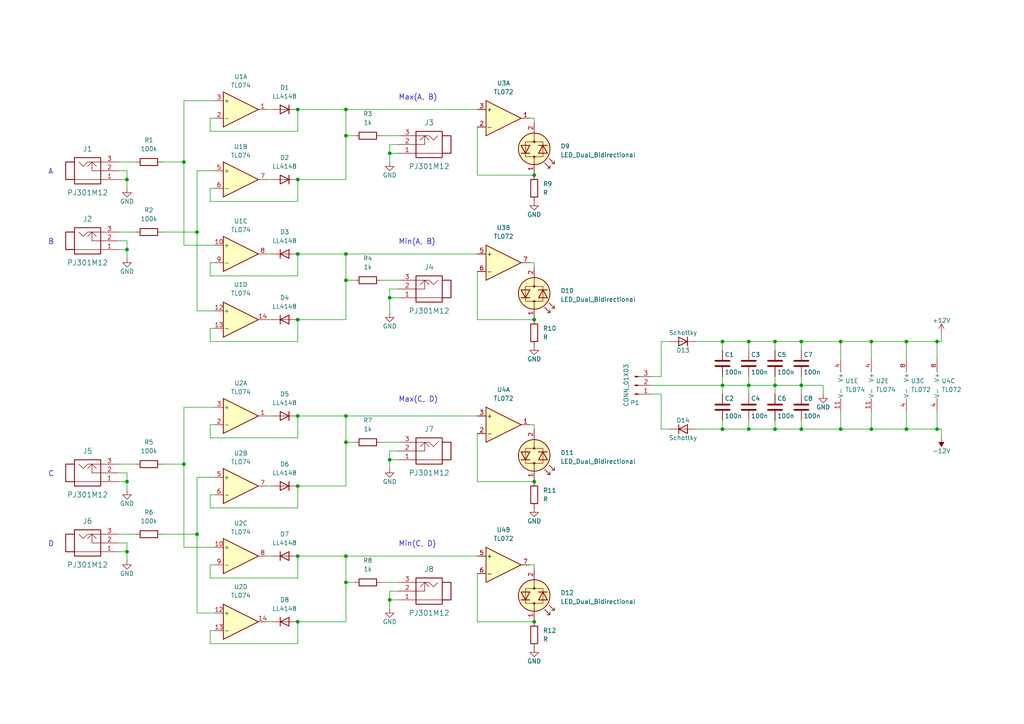
<source format=kicad_sch>
(kicad_sch (version 20230121) (generator eeschema)
  (paper "A4")
  (lib_symbols
    (symbol "Amplifier_Operational:TL072" (pin_names (offset 0.127))
      (property "Reference" "U" (at 0 5.08 0))
      (property "Value" "TL072" (at 0 -5.08 0))
      (symbol "TL072_1_1"
        (polyline (pts (xy -5.08 5.08) (xy 5.08 0) (xy -5.08 -5.08) (xy -5.08 5.08)) (stroke (width 0.254)) (fill (type background)))
        (pin output line (at 7.62 0 180) (length 2.54) (name "~") (number "1"))
        (pin input line (at -7.62 -2.54 0) (length 2.54) (name "-") (number "2"))
        (pin input line (at -7.62 2.54 0) (length 2.54) (name "+") (number "3"))
      )
      (symbol "TL072_2_1"
        (polyline (pts (xy -5.08 5.08) (xy 5.08 0) (xy -5.08 -5.08) (xy -5.08 5.08)) (stroke (width 0.254)) (fill (type background)))
        (pin input line (at -7.62 2.54 0) (length 2.54) (name "+") (number "5"))
        (pin input line (at -7.62 -2.54 0) (length 2.54) (name "-") (number "6"))
        (pin output line (at 7.62 0 180) (length 2.54) (name "~") (number "7"))
      )
      (symbol "TL072_3_1"
        (pin power_in line (at -2.54 -7.62 90) (length 3.81) (name "V-") (number "4"))
        (pin power_in line (at -2.54 7.62 270) (length 3.81) (name "V+") (number "8"))
      )
    )
    (symbol "Amplifier_Operational:TL074" (pin_names (offset 0.127))
      (property "Reference" "U" (at 0 5.08 0))
      (property "Value" "TL074" (at 0 -5.08 0))
      (symbol "TL074_1_1"
        (polyline (pts (xy -5.08 5.08) (xy 5.08 0) (xy -5.08 -5.08) (xy -5.08 5.08)) (stroke (width 0.254)) (fill (type background)))
        (pin output line (at 7.62 0 180) (length 2.54) (name "~") (number "1"))
        (pin input line (at -7.62 -2.54 0) (length 2.54) (name "-") (number "2"))
        (pin input line (at -7.62 2.54 0) (length 2.54) (name "+") (number "3"))
      )
      (symbol "TL074_2_1"
        (polyline (pts (xy -5.08 5.08) (xy 5.08 0) (xy -5.08 -5.08) (xy -5.08 5.08)) (stroke (width 0.254)) (fill (type background)))
        (pin input line (at -7.62 2.54 0) (length 2.54) (name "+") (number "5"))
        (pin input line (at -7.62 -2.54 0) (length 2.54) (name "-") (number "6"))
        (pin output line (at 7.62 0 180) (length 2.54) (name "~") (number "7"))
      )
      (symbol "TL074_3_1"
        (polyline (pts (xy -5.08 5.08) (xy 5.08 0) (xy -5.08 -5.08) (xy -5.08 5.08)) (stroke (width 0.254)) (fill (type background)))
        (pin input line (at -7.62 2.54 0) (length 2.54) (name "+") (number "10"))
        (pin output line (at 7.62 0 180) (length 2.54) (name "~") (number "8"))
        (pin input line (at -7.62 -2.54 0) (length 2.54) (name "-") (number "9"))
      )
      (symbol "TL074_4_1"
        (polyline (pts (xy -5.08 5.08) (xy 5.08 0) (xy -5.08 -5.08) (xy -5.08 5.08)) (stroke (width 0.254)) (fill (type background)))
        (pin input line (at -7.62 2.54 0) (length 2.54) (name "+") (number "12"))
        (pin input line (at -7.62 -2.54 0) (length 2.54) (name "-") (number "13"))
        (pin output line (at 7.62 0 180) (length 2.54) (name "~") (number "14"))
      )
      (symbol "TL074_5_1"
        (pin power_in line (at -2.54 -7.62 90) (length 3.81) (name "V-") (number "11"))
        (pin power_in line (at -2.54 7.62 270) (length 3.81) (name "V+") (number "4"))
      )
    )
    (symbol "Connector:Conn_01x03_Male" (pin_names (offset 1.016) hide)
      (property "Reference" "J" (at 0 5.08 0))
      (property "Value" "Connector_Conn_01x03_Male" (at 0 -5.08 0))
      (symbol "Conn_01x03_Male_1_1"
        (polyline (pts (xy 1.27 -2.54) (xy 0.8636 -2.54)) (stroke (width 0.1524)))
        (polyline (pts (xy 1.27 0) (xy 0.8636 0)) (stroke (width 0.1524)))
        (polyline (pts (xy 1.27 2.54) (xy 0.8636 2.54)) (stroke (width 0.1524)))
        (rectangle (start 0.8636 -2.413) (end 0 -2.667) (stroke (width 0.1524)) (fill (type outline)))
        (rectangle (start 0.8636 0.127) (end 0 -0.127) (stroke (width 0.1524)) (fill (type outline)))
        (rectangle (start 0.8636 2.667) (end 0 2.413) (stroke (width 0.1524)) (fill (type outline)))
        (pin passive line (at 5.08 2.54 180) (length 3.81) (name "Pin_1") (number "1"))
        (pin passive line (at 5.08 0 180) (length 3.81) (name "Pin_2") (number "2"))
        (pin passive line (at 5.08 -2.54 180) (length 3.81) (name "Pin_3") (number "3"))
      )
    )
    (symbol "Device:C" (pin_numbers hide) (pin_names (offset 0.254))
      (property "Reference" "C" (at 0.635 2.54 0))
      (property "Value" "C" (at 0.635 -2.54 0))
      (symbol "C_0_1"
        (polyline (pts (xy -2.032 -0.762) (xy 2.032 -0.762)) (stroke (width 0.508)))
        (polyline (pts (xy -2.032 0.762) (xy 2.032 0.762)) (stroke (width 0.508)))
      )
      (symbol "C_1_1"
        (pin passive line (at 0 3.81 270) (length 2.794) (name "~") (number "1"))
        (pin passive line (at 0 -3.81 90) (length 2.794) (name "~") (number "2"))
      )
    )
    (symbol "Device:D" (pin_numbers hide) (pin_names (offset 1.016) hide)
      (property "Reference" "D" (at 0 2.54 0))
      (property "Value" "D" (at 0 -2.54 0))
      (symbol "D_0_1"
        (polyline (pts (xy -1.27 1.27) (xy -1.27 -1.27)) (stroke (width 0.254)))
        (polyline (pts (xy 1.27 0) (xy -1.27 0)))
        (polyline (pts (xy 1.27 1.27) (xy 1.27 -1.27) (xy -1.27 0) (xy 1.27 1.27)) (stroke (width 0.254)))
      )
      (symbol "D_1_1"
        (pin passive line (at -3.81 0 0) (length 2.54) (name "K") (number "1"))
        (pin passive line (at 3.81 0 180) (length 2.54) (name "A") (number "2"))
      )
    )
    (symbol "Device:LED_Dual_Bidirectional" (pin_names (offset 0) hide)
      (property "Reference" "D" (at 0 5.715 0))
      (property "Value" "LED_Dual_Bidirectional" (at 0 -6.35 0))
      (symbol "LED_Dual_Bidirectional_0_1"
        (circle (center -2.032 0) (radius 0.254) (fill (type outline)))
        (polyline (pts (xy -4.572 0) (xy -2.54 0)))
        (polyline (pts (xy -2.032 0) (xy -2.54 0)))
        (polyline (pts (xy -1.016 3.81) (xy -1.016 1.27)) (stroke (width 0.254)))
        (polyline (pts (xy 1.27 -1.27) (xy 1.27 -3.81)) (stroke (width 0.254)))
        (polyline (pts (xy 4.064 0) (xy 2.286 0)) (fill (type outline)))
        (polyline (pts (xy 4.318 5.842) (xy 4.318 5.08)) (stroke (width 0.2032)))
        (polyline (pts (xy 5.588 4.572) (xy 5.588 3.81)) (stroke (width 0.2032)))
        (polyline (pts (xy 2.794 4.318) (xy 4.318 5.842) (xy 3.556 5.842)) (stroke (width 0.2032)))
        (polyline (pts (xy 4.064 3.048) (xy 5.588 4.572) (xy 4.826 4.572)) (stroke (width 0.2032)))
        (polyline (pts (xy -1.016 -1.27) (xy -1.016 -3.81) (xy 1.27 -2.54) (xy -1.016 -1.27)) (stroke (width 0.254)))
        (polyline (pts (xy 1.27 3.81) (xy 1.27 1.27) (xy -1.016 2.54) (xy 1.27 3.81)) (stroke (width 0.254)))
        (polyline (pts (xy 2.286 2.54) (xy -2.032 2.54) (xy -2.032 -2.54) (xy 2.286 -2.54) (xy 2.286 2.54)))
        (circle (center 0 0) (radius 4.572) (stroke (width 0.254)) (fill (type background)))
        (circle (center 2.286 0) (radius 0.254) (fill (type outline)))
      )
      (symbol "LED_Dual_Bidirectional_1_1"
        (pin input line (at 7.62 0 180) (length 3.81) (name "KA") (number "1"))
        (pin input line (at -7.62 0 0) (length 3.048) (name "AK") (number "2"))
      )
    )
    (symbol "Device:R" (pin_numbers hide) (pin_names (offset 0))
      (property "Reference" "R" (at 2.032 0 90))
      (property "Value" "R" (at 0 0 90))
      (symbol "R_0_1"
        (rectangle (start -1.016 -2.54) (end 1.016 2.54) (stroke (width 0.254)))
      )
      (symbol "R_1_1"
        (pin passive line (at 0 3.81 270) (length 1.27) (name "~") (number "1"))
        (pin passive line (at 0 -3.81 90) (length 1.27) (name "~") (number "2"))
      )
    )
    (symbol "Diode:LL4148" (pin_numbers hide) (pin_names hide)
      (property "Reference" "D" (at 0 2.54 0))
      (property "Value" "LL4148" (at 0 -2.54 0))
      (symbol "LL4148_0_1"
        (polyline (pts (xy -1.27 1.27) (xy -1.27 -1.27)) (stroke (width 0.254)))
        (polyline (pts (xy 1.27 0) (xy -1.27 0)))
        (polyline (pts (xy 1.27 1.27) (xy 1.27 -1.27) (xy -1.27 0) (xy 1.27 1.27)) (stroke (width 0.254)))
      )
      (symbol "LL4148_1_1"
        (pin passive line (at -3.81 0 0) (length 2.54) (name "K") (number "1"))
        (pin passive line (at 3.81 0 180) (length 2.54) (name "A") (number "2"))
      )
    )
    (symbol "pj301m12:PJ301M12" (pin_names (offset 1.016))
      (property "Reference" "J" (at 0 6.35 0))
      (property "Value" "PJ301M12" (at 0 -6.35 0))
      (symbol "PJ301M12_0_1"
        (rectangle (start -3.81 3.81) (end 3.81 -3.81) (stroke (width 0.254)))
        (polyline (pts (xy 3.81 -2.54) (xy -3.81 -2.54)))
        (polyline (pts (xy 0 1.27) (xy 1.27 2.54) (xy 2.54 1.27)))
        (polyline (pts (xy 3.81 0) (xy 1.27 0) (xy 1.27 2.54)))
        (polyline (pts (xy -3.81 2.54) (xy -6.35 2.54) (xy -6.35 -2.54) (xy -3.81 -2.54)) (stroke (width 0.254)))
        (polyline (pts (xy 3.81 2.54) (xy 0 2.54) (xy -1.27 1.27) (xy -2.54 2.54)))
      )
      (symbol "PJ301M12_1_1"
        (pin passive line (at 8.89 -2.54 180) (length 5.08) (name "~") (number "1"))
        (pin passive line (at 8.89 0 180) (length 5.08) (name "~") (number "2"))
        (pin passive line (at 8.89 2.54 180) (length 5.08) (name "~") (number "3"))
      )
    )
    (symbol "power:+12V" (power) (pin_names (offset 0))
      (property "Value" "+12V" (at 0 3.556 0))
      (symbol "+12V_0_1"
        (polyline (pts (xy -0.762 1.27) (xy 0 2.54)))
        (polyline (pts (xy 0 0) (xy 0 2.54)))
        (polyline (pts (xy 0 2.54) (xy 0.762 1.27)))
      )
      (symbol "+12V_1_1"
        (pin power_in line (at 0 0 90) (length 0) hide (name "+12V") (number "1"))
      )
    )
    (symbol "power:-12V" (power) (pin_names (offset 0))
      (property "Value" "-12V" (at 0 3.81 0))
      (symbol "-12V_0_0"
        (pin power_in line (at 0 0 90) (length 0) hide (name "-12V") (number "1"))
      )
      (symbol "-12V_0_1"
        (polyline (pts (xy 0 0) (xy 0 1.27) (xy 0.762 1.27) (xy 0 2.54) (xy -0.762 1.27) (xy 0 1.27)) (fill (type outline)))
      )
    )
    (symbol "power:GND" (power) (pin_names (offset 0))
      (property "Value" "GND" (at 0 -3.81 0))
      (symbol "GND_0_1"
        (polyline (pts (xy 0 0) (xy 0 -1.27) (xy 1.27 -1.27) (xy 0 -2.54) (xy -1.27 -1.27) (xy 0 -1.27)))
      )
      (symbol "GND_1_1"
        (pin power_in line (at 0 0 270) (length 0) hide (name "GND") (number "1"))
      )
    )
  )
  (junction (at 217.17 124.46))
  (junction (at 100.33 128.27))
  (junction (at 209.55 99.06))
  (junction (at 154.94 92.71))
  (junction (at 224.79 111.76))
  (junction (at 252.73 99.06))
  (junction (at 243.84 124.46))
  (junction (at 100.33 81.28))
  (junction (at 86.36 161.29))
  (junction (at 224.79 124.46))
  (junction (at 209.55 111.76))
  (junction (at 113.03 86.36))
  (junction (at 86.36 52.07))
  (junction (at 224.79 99.06))
  (junction (at 36.83 72.39))
  (junction (at 100.33 31.75))
  (junction (at 86.36 31.75))
  (junction (at 217.17 99.06))
  (junction (at 113.03 173.99))
  (junction (at 154.94 139.7))
  (junction (at 243.84 99.06))
  (junction (at 86.36 92.71))
  (junction (at 113.03 44.45))
  (junction (at 154.94 50.8))
  (junction (at 53.34 134.62))
  (junction (at 232.41 124.46))
  (junction (at 262.89 124.46))
  (junction (at 232.41 99.06))
  (junction (at 100.33 168.91))
  (junction (at 57.15 67.31))
  (junction (at 86.36 140.97))
  (junction (at 100.33 120.65))
  (junction (at 154.94 180.34))
  (junction (at 232.41 111.76))
  (junction (at 86.36 120.65))
  (junction (at 252.73 124.46))
  (junction (at 217.17 111.76))
  (junction (at 100.33 39.37))
  (junction (at 36.83 160.02))
  (junction (at 100.33 73.66))
  (junction (at 57.15 154.94))
  (junction (at 86.36 180.34))
  (junction (at 36.83 52.07))
  (junction (at 53.34 46.99))
  (junction (at 113.03 133.35))
  (junction (at 100.33 161.29))
  (junction (at 271.78 124.46))
  (junction (at 36.83 139.7))
  (junction (at 262.89 99.06))
  (junction (at 86.36 73.66))
  (junction (at 271.78 99.06))
  (junction (at 209.55 124.46))
  (wire (pts (xy 154.94 34.29) (xy 153.67 34.29)))
  (wire (pts (xy 100.33 120.65) (xy 138.43 120.65)))
  (wire (pts (xy 60.96 127) (xy 60.96 123.19)))
  (wire (pts (xy 60.96 167.64) (xy 86.36 167.64)))
  (wire (pts (xy 115.57 44.45) (xy 113.03 44.45)))
  (wire (pts (xy 115.57 173.99) (xy 113.03 173.99)))
  (wire (pts (xy 217.17 99.06) (xy 217.17 101.6)))
  (wire (pts (xy 115.57 171.45) (xy 113.03 171.45)))
  (wire (pts (xy 100.33 73.66) (xy 100.33 81.28)))
  (wire (pts (xy 224.79 99.06) (xy 232.41 99.06)))
  (wire (pts (xy 217.17 109.22) (xy 217.17 111.76)))
  (wire (pts (xy 46.99 46.99) (xy 53.34 46.99)))
  (wire (pts (xy 191.77 114.3) (xy 191.77 124.46)))
  (wire (pts (xy 53.34 46.99) (xy 53.34 29.21)))
  (wire (pts (xy 46.99 67.31) (xy 57.15 67.31)))
  (wire (pts (xy 46.99 134.62) (xy 53.34 134.62)))
  (wire (pts (xy 57.15 67.31) (xy 57.15 90.17)))
  (wire (pts (xy 60.96 147.32) (xy 86.36 147.32)))
  (wire (pts (xy 57.15 154.94) (xy 57.15 138.43)))
  (wire (pts (xy 100.33 140.97) (xy 100.33 128.27)))
  (wire (pts (xy 115.57 133.35) (xy 113.03 133.35)))
  (wire (pts (xy 115.57 83.82) (xy 113.03 83.82)))
  (wire (pts (xy 217.17 121.92) (xy 217.17 124.46)))
  (wire (pts (xy 53.34 29.21) (xy 62.23 29.21)))
  (wire (pts (xy 36.83 72.39) (xy 36.83 74.93)))
  (wire (pts (xy 34.29 69.85) (xy 36.83 69.85)))
  (wire (pts (xy 100.33 81.28) (xy 102.87 81.28)))
  (wire (pts (xy 36.83 139.7) (xy 36.83 142.24)))
  (wire (pts (xy 60.96 80.01) (xy 86.36 80.01)))
  (wire (pts (xy 86.36 31.75) (xy 86.36 38.1)))
  (wire (pts (xy 100.33 128.27) (xy 102.87 128.27)))
  (wire (pts (xy 262.89 124.46) (xy 271.78 124.46)))
  (wire (pts (xy 100.33 120.65) (xy 100.33 128.27)))
  (wire (pts (xy 100.33 31.75) (xy 100.33 39.37)))
  (wire (pts (xy 34.29 157.48) (xy 36.83 157.48)))
  (wire (pts (xy 232.41 99.06) (xy 232.41 101.6)))
  (wire (pts (xy 86.36 38.1) (xy 60.96 38.1)))
  (wire (pts (xy 86.36 31.75) (xy 100.33 31.75)))
  (wire (pts (xy 262.89 99.06) (xy 271.78 99.06)))
  (wire (pts (xy 232.41 121.92) (xy 232.41 124.46)))
  (wire (pts (xy 34.29 160.02) (xy 36.83 160.02)))
  (wire (pts (xy 115.57 86.36) (xy 113.03 86.36)))
  (wire (pts (xy 100.33 168.91) (xy 102.87 168.91)))
  (wire (pts (xy 60.96 76.2) (xy 62.23 76.2)))
  (wire (pts (xy 34.29 137.16) (xy 36.83 137.16)))
  (wire (pts (xy 138.43 139.7) (xy 154.94 139.7)))
  (wire (pts (xy 60.96 34.29) (xy 62.23 34.29)))
  (wire (pts (xy 34.29 46.99) (xy 39.37 46.99)))
  (wire (pts (xy 86.36 120.65) (xy 100.33 120.65)))
  (wire (pts (xy 86.36 99.06) (xy 60.96 99.06)))
  (wire (pts (xy 57.15 154.94) (xy 57.15 177.8)))
  (wire (pts (xy 86.36 73.66) (xy 100.33 73.66)))
  (wire (pts (xy 86.36 127) (xy 60.96 127)))
  (wire (pts (xy 100.33 39.37) (xy 102.87 39.37)))
  (wire (pts (xy 217.17 111.76) (xy 224.79 111.76)))
  (wire (pts (xy 138.43 50.8) (xy 154.94 50.8)))
  (wire (pts (xy 34.29 49.53) (xy 36.83 49.53)))
  (wire (pts (xy 57.15 67.31) (xy 57.15 49.53)))
  (wire (pts (xy 60.96 54.61) (xy 60.96 58.42)))
  (wire (pts (xy 209.55 124.46) (xy 217.17 124.46)))
  (wire (pts (xy 60.96 143.51) (xy 62.23 143.51)))
  (wire (pts (xy 57.15 90.17) (xy 62.23 90.17)))
  (wire (pts (xy 232.41 111.76) (xy 238.76 111.76)))
  (wire (pts (xy 78.74 52.07) (xy 77.47 52.07)))
  (wire (pts (xy 154.94 124.46) (xy 154.94 123.19)))
  (wire (pts (xy 34.29 139.7) (xy 36.83 139.7)))
  (wire (pts (xy 78.74 140.97) (xy 77.47 140.97)))
  (wire (pts (xy 238.76 111.76) (xy 238.76 114.3)))
  (wire (pts (xy 110.49 128.27) (xy 115.57 128.27)))
  (wire (pts (xy 138.43 166.37) (xy 138.43 180.34)))
  (wire (pts (xy 189.23 114.3) (xy 191.77 114.3)))
  (wire (pts (xy 224.79 109.22) (xy 224.79 111.76)))
  (wire (pts (xy 53.34 118.11) (xy 62.23 118.11)))
  (wire (pts (xy 201.93 124.46) (xy 209.55 124.46)))
  (wire (pts (xy 115.57 41.91) (xy 113.03 41.91)))
  (wire (pts (xy 86.36 58.42) (xy 86.36 52.07)))
  (wire (pts (xy 252.73 99.06) (xy 262.89 99.06)))
  (wire (pts (xy 36.83 52.07) (xy 36.83 54.61)))
  (wire (pts (xy 60.96 163.83) (xy 62.23 163.83)))
  (wire (pts (xy 138.43 125.73) (xy 138.43 139.7)))
  (wire (pts (xy 113.03 86.36) (xy 113.03 90.805)))
  (wire (pts (xy 86.36 161.29) (xy 100.33 161.29)))
  (wire (pts (xy 78.74 92.71) (xy 77.47 92.71)))
  (wire (pts (xy 271.78 119.38) (xy 271.78 124.46)))
  (wire (pts (xy 78.74 180.34) (xy 77.47 180.34)))
  (wire (pts (xy 86.36 120.65) (xy 86.36 127)))
  (wire (pts (xy 224.79 111.76) (xy 232.41 111.76)))
  (wire (pts (xy 60.96 182.88) (xy 62.23 182.88)))
  (wire (pts (xy 217.17 111.76) (xy 217.17 114.3)))
  (wire (pts (xy 232.41 111.76) (xy 232.41 114.3)))
  (wire (pts (xy 86.36 180.34) (xy 86.36 186.69)))
  (wire (pts (xy 232.41 109.22) (xy 232.41 111.76)))
  (wire (pts (xy 209.55 99.06) (xy 217.17 99.06)))
  (wire (pts (xy 100.33 161.29) (xy 138.43 161.29)))
  (wire (pts (xy 138.43 180.34) (xy 154.94 180.34)))
  (wire (pts (xy 53.34 46.99) (xy 53.34 71.12)))
  (wire (pts (xy 100.33 161.29) (xy 100.33 168.91)))
  (wire (pts (xy 113.03 130.81) (xy 113.03 133.35)))
  (wire (pts (xy 224.79 124.46) (xy 224.79 121.92)))
  (wire (pts (xy 78.74 73.66) (xy 77.47 73.66)))
  (wire (pts (xy 36.83 49.53) (xy 36.83 52.07)))
  (wire (pts (xy 36.83 157.48) (xy 36.83 160.02)))
  (wire (pts (xy 36.83 137.16) (xy 36.83 139.7)))
  (wire (pts (xy 224.79 99.06) (xy 224.79 101.6)))
  (wire (pts (xy 60.96 76.2) (xy 60.96 80.01)))
  (wire (pts (xy 110.49 81.28) (xy 115.57 81.28)))
  (wire (pts (xy 53.34 134.62) (xy 53.34 118.11)))
  (wire (pts (xy 217.17 99.06) (xy 224.79 99.06)))
  (wire (pts (xy 209.55 121.92) (xy 209.55 124.46)))
  (wire (pts (xy 57.15 138.43) (xy 62.23 138.43)))
  (wire (pts (xy 113.03 83.82) (xy 113.03 86.36)))
  (wire (pts (xy 209.55 99.06) (xy 209.55 101.6)))
  (wire (pts (xy 273.05 99.06) (xy 273.05 96.52)))
  (wire (pts (xy 138.43 92.71) (xy 154.94 92.71)))
  (wire (pts (xy 209.55 109.22) (xy 209.55 111.76)))
  (wire (pts (xy 217.17 124.46) (xy 224.79 124.46)))
  (wire (pts (xy 271.78 124.46) (xy 273.05 124.46)))
  (wire (pts (xy 110.49 39.37) (xy 115.57 39.37)))
  (wire (pts (xy 262.89 99.06) (xy 262.89 104.14)))
  (wire (pts (xy 154.94 35.56) (xy 154.94 34.29)))
  (wire (pts (xy 154.94 76.2) (xy 153.67 76.2)))
  (wire (pts (xy 191.77 99.06) (xy 194.31 99.06)))
  (wire (pts (xy 86.36 147.32) (xy 86.36 140.97)))
  (wire (pts (xy 224.79 111.76) (xy 224.79 114.3)))
  (wire (pts (xy 53.34 158.75) (xy 62.23 158.75)))
  (wire (pts (xy 86.36 186.69) (xy 60.96 186.69)))
  (wire (pts (xy 138.43 36.83) (xy 138.43 50.8)))
  (wire (pts (xy 34.29 52.07) (xy 36.83 52.07)))
  (wire (pts (xy 273.05 124.46) (xy 273.05 127)))
  (wire (pts (xy 60.96 143.51) (xy 60.96 147.32)))
  (wire (pts (xy 53.34 71.12) (xy 62.23 71.12)))
  (wire (pts (xy 113.03 171.45) (xy 113.03 173.99)))
  (wire (pts (xy 34.29 134.62) (xy 39.37 134.62)))
  (wire (pts (xy 271.78 99.06) (xy 273.05 99.06)))
  (wire (pts (xy 86.36 180.34) (xy 100.33 180.34)))
  (wire (pts (xy 252.73 99.06) (xy 252.73 104.14)))
  (wire (pts (xy 191.77 109.22) (xy 191.77 99.06)))
  (wire (pts (xy 224.79 124.46) (xy 232.41 124.46)))
  (wire (pts (xy 60.96 38.1) (xy 60.96 34.29)))
  (wire (pts (xy 100.33 180.34) (xy 100.33 168.91)))
  (wire (pts (xy 86.36 92.71) (xy 100.33 92.71)))
  (wire (pts (xy 115.57 130.81) (xy 113.03 130.81)))
  (wire (pts (xy 232.41 99.06) (xy 243.84 99.06)))
  (wire (pts (xy 154.94 165.1) (xy 154.94 163.83)))
  (wire (pts (xy 252.73 124.46) (xy 262.89 124.46)))
  (wire (pts (xy 201.93 99.06) (xy 209.55 99.06)))
  (wire (pts (xy 86.36 167.64) (xy 86.36 161.29)))
  (wire (pts (xy 154.94 77.47) (xy 154.94 76.2)))
  (wire (pts (xy 57.15 177.8) (xy 62.23 177.8)))
  (wire (pts (xy 60.96 186.69) (xy 60.96 182.88)))
  (wire (pts (xy 232.41 124.46) (xy 243.84 124.46)))
  (wire (pts (xy 100.33 92.71) (xy 100.33 81.28)))
  (wire (pts (xy 57.15 49.53) (xy 62.23 49.53)))
  (wire (pts (xy 36.83 160.02) (xy 36.83 162.56)))
  (wire (pts (xy 86.36 52.07) (xy 100.33 52.07)))
  (wire (pts (xy 60.96 95.25) (xy 62.23 95.25)))
  (wire (pts (xy 243.84 124.46) (xy 252.73 124.46)))
  (wire (pts (xy 36.83 69.85) (xy 36.83 72.39)))
  (wire (pts (xy 100.33 31.75) (xy 138.43 31.75)))
  (wire (pts (xy 154.94 123.19) (xy 153.67 123.19)))
  (wire (pts (xy 189.23 111.76) (xy 209.55 111.76)))
  (wire (pts (xy 209.55 111.76) (xy 209.55 114.3)))
  (wire (pts (xy 243.84 119.38) (xy 243.84 124.46)))
  (wire (pts (xy 60.96 54.61) (xy 62.23 54.61)))
  (wire (pts (xy 113.03 173.99) (xy 113.03 176.53)))
  (wire (pts (xy 113.03 41.91) (xy 113.03 44.45)))
  (wire (pts (xy 110.49 168.91) (xy 115.57 168.91)))
  (wire (pts (xy 46.99 154.94) (xy 57.15 154.94)))
  (wire (pts (xy 243.84 99.06) (xy 252.73 99.06)))
  (wire (pts (xy 78.74 161.29) (xy 77.47 161.29)))
  (wire (pts (xy 60.96 58.42) (xy 86.36 58.42)))
  (wire (pts (xy 60.96 99.06) (xy 60.96 95.25)))
  (wire (pts (xy 78.74 120.65) (xy 77.47 120.65)))
  (wire (pts (xy 191.77 124.46) (xy 194.31 124.46)))
  (wire (pts (xy 86.36 92.71) (xy 86.36 99.06)))
  (wire (pts (xy 154.94 163.83) (xy 153.67 163.83)))
  (wire (pts (xy 86.36 80.01) (xy 86.36 73.66)))
  (wire (pts (xy 34.29 72.39) (xy 36.83 72.39)))
  (wire (pts (xy 34.29 154.94) (xy 39.37 154.94)))
  (wire (pts (xy 60.96 123.19) (xy 62.23 123.19)))
  (wire (pts (xy 60.96 163.83) (xy 60.96 167.64)))
  (wire (pts (xy 100.33 73.66) (xy 138.43 73.66)))
  (wire (pts (xy 100.33 52.07) (xy 100.33 39.37)))
  (wire (pts (xy 78.74 31.75) (xy 77.47 31.75)))
  (wire (pts (xy 86.36 140.97) (xy 100.33 140.97)))
  (wire (pts (xy 53.34 134.62) (xy 53.34 158.75)))
  (wire (pts (xy 34.29 67.31) (xy 39.37 67.31)))
  (wire (pts (xy 189.23 109.22) (xy 191.77 109.22)))
  (wire (pts (xy 113.03 44.45) (xy 113.03 46.99)))
  (wire (pts (xy 138.43 78.74) (xy 138.43 92.71)))
  (wire (pts (xy 113.03 133.35) (xy 113.03 135.89)))
  (wire (pts (xy 243.84 99.06) (xy 243.84 104.14)))
  (wire (pts (xy 209.55 111.76) (xy 217.17 111.76)))
  (wire (pts (xy 252.73 119.38) (xy 252.73 124.46)))
  (wire (pts (xy 271.78 104.14) (xy 271.78 99.06)))
  (wire (pts (xy 262.89 119.38) (xy 262.89 124.46)))
  (text "Max(C, D)" (at 115.57 116.84 0) (effects (font (size 1.524 1.524)) (justify left bottom)))
  (text "C\n" (at 13.97 138.43 0) (effects (font (size 1.524 1.524)) (justify left bottom)))
  (text "Min(C, D)" (at 115.57 158.75 0) (effects (font (size 1.524 1.524)) (justify left bottom)))
  (text "B" (at 13.97 71.12 0) (effects (font (size 1.524 1.524)) (justify left bottom)))
  (text "A\n" (at 13.97 50.8 0) (effects (font (size 1.524 1.524)) (justify left bottom)))
  (text "Max(A, B)" (at 115.57 29.21 0) (effects (font (size 1.524 1.524)) (justify left bottom)))
  (text "D\n" (at 13.97 158.75 0) (effects (font (size 1.524 1.524)) (justify left bottom)))
  (text "Min(A, B)" (at 115.57 71.12 0) (effects (font (size 1.524 1.524)) (justify left bottom)))
  (symbol (lib_id "power:GND") (at 36.83 142.24 0) (unit 1)
    (property "Reference" "#PWR05" (effects hide))
    (property "Value" "GND" (at 36.83 146.05 0))
  )
  (symbol (lib_id "Device:LED_Dual_Bidirectional") (at 154.94 132.08 270) (unit 1)
    (property "Reference" "D11" (at 162.56 131.3053 90) (effects (justify left)))
    (property "Value" "LED_Dual_Bidirectional" (at 162.56 133.8453 90) (effects (justify left)))
    (property "Footprint" "LED_THT:LED_D3.0mm_Clear" (effects hide))
  )
  (symbol (lib_id "Amplifier_Operational:TL072") (at 146.05 34.29 0) (unit 1)
    (property "Reference" "U3" (at 146.05 24.13 0))
    (property "Value" "TL072" (at 146.05 26.67 0))
    (property "Footprint" "Package_SO:SOIC-8_3.9x4.9mm_P1.27mm" (effects hide))
    (property "Datasheet" "http://www.ti.com/lit/ds/symlink/tl071.pdf" (effects hide))
  )
  (symbol (lib_id "Amplifier_Operational:TL072") (at 146.05 76.2 0) (unit 2)
    (property "Reference" "U3" (at 146.05 66.04 0))
    (property "Value" "TL072" (at 146.05 68.58 0))
    (property "Footprint" "Package_SO:SOIC-8_3.9x4.9mm_P1.27mm" (effects hide))
    (property "Datasheet" "http://www.ti.com/lit/ds/symlink/tl071.pdf" (effects hide))
  )
  (symbol (lib_id "Device:LED_Dual_Bidirectional") (at 154.94 172.72 270) (unit 1)
    (property "Reference" "D12" (at 162.56 171.9453 90) (effects (justify left)))
    (property "Value" "LED_Dual_Bidirectional" (at 162.56 174.4853 90) (effects (justify left)))
    (property "Footprint" "LED_THT:LED_D3.0mm_Clear" (effects hide))
  )
  (symbol (lib_id "Amplifier_Operational:TL074") (at 69.85 180.34 0) (unit 4)
    (property "Reference" "U2" (at 69.85 170.18 0))
    (property "Value" "TL074" (at 69.85 172.72 0))
    (property "Footprint" "Package_SO:SOIC-14_3.9x8.7mm_P1.27mm" (effects hide))
    (property "Datasheet" "http://www.ti.com/lit/ds/symlink/tl071.pdf" (effects hide))
  )
  (symbol (lib_id "power:GND") (at 36.83 54.61 0) (unit 1)
    (property "Reference" "#PWR01" (effects hide))
    (property "Value" "GND" (at 36.83 58.42 0))
  )
  (symbol (lib_id "power:GND") (at 113.03 176.53 0) (mirror y) (unit 1)
    (property "Reference" "#PWR08" (effects hide))
    (property "Value" "GND" (at 113.03 180.34 0))
  )
  (symbol (lib_id "Device:C") (at 209.55 118.11 0) (unit 1)
    (property "Reference" "C2" (at 210.185 115.57 0) (effects (justify left)))
    (property "Value" "100n" (at 210.185 120.65 0) (effects (justify left)))
    (property "Footprint" "Capacitor_SMD:C_0805_2012Metric_Pad1.18x1.45mm_HandSolder" (effects hide))
  )
  (symbol (lib_id "power:GND") (at 113.03 46.99 0) (mirror y) (unit 1)
    (property "Reference" "#PWR04" (effects hide))
    (property "Value" "GND" (at 113.03 50.8 0))
  )
  (symbol (lib_id "Device:D") (at 198.12 124.46 0) (unit 1)
    (property "Reference" "D14" (at 198.12 121.92 0))
    (property "Value" "Schottky" (at 198.12 127 0))
    (property "Footprint" "Diode_SMD:D_SOD-323_HandSoldering" (effects hide))
  )
  (symbol (lib_id "Amplifier_Operational:TL074") (at 69.85 31.75 0) (unit 1)
    (property "Reference" "U1" (at 69.85 22.225 0))
    (property "Value" "TL074" (at 69.85 24.765 0))
    (property "Footprint" "Package_SO:SOIC-14_3.9x8.7mm_P1.27mm" (effects hide))
    (property "Datasheet" "http://www.ti.com/lit/ds/symlink/tl071.pdf" (effects hide))
  )
  (symbol (lib_id "Device:C") (at 209.55 105.41 0) (unit 1)
    (property "Reference" "C1" (at 210.185 102.87 0) (effects (justify left)))
    (property "Value" "100n" (at 210.185 107.95 0) (effects (justify left)))
    (property "Footprint" "Capacitor_SMD:C_0805_2012Metric_Pad1.18x1.45mm_HandSolder" (effects hide))
  )
  (symbol (lib_id "Diode:LL4148") (at 82.55 31.75 0) (mirror y) (unit 1)
    (property "Reference" "D1" (at 82.55 25.4 0))
    (property "Value" "LL4148" (at 82.55 27.94 0))
    (property "Footprint" "Diode_SMD:D_SOD-323_HandSoldering" (effects hide))
    (property "Datasheet" "http://www.vishay.com/docs/85557/ll4148.pdf" (effects hide))
    (property "Sim.Device" "D" (effects hide))
    (property "Sim.Pins" "1=K 2=A" (effects hide))
  )
  (symbol (lib_id "Amplifier_Operational:TL074") (at 69.85 140.97 0) (unit 2)
    (property "Reference" "U2" (at 69.85 131.445 0))
    (property "Value" "TL074" (at 69.85 133.985 0))
    (property "Footprint" "Package_SO:SOIC-14_3.9x8.7mm_P1.27mm" (effects hide))
    (property "Datasheet" "http://www.ti.com/lit/ds/symlink/tl071.pdf" (effects hide))
  )
  (symbol (lib_id "pj301m12:PJ301M12") (at 25.4 137.16 0) (unit 1)
    (property "Reference" "J5" (at 25.4 130.81 0) (effects (font (size 1.524 1.524))))
    (property "Value" "PJ301M12" (at 25.4 143.51 0) (effects (font (size 1.524 1.524))))
    (property "Footprint" "Connector_Audio:Jack_3.5mm_QingPu_WQP-PJ398SM_Vertical_CircularHoles" (effects hide))
  )
  (symbol (lib_id "Device:R") (at 106.68 168.91 90) (unit 1)
    (property "Reference" "R8" (at 106.68 162.56 90))
    (property "Value" "1k" (at 106.68 165.1 90))
    (property "Footprint" "Resistor_SMD:R_0805_2012Metric_Pad1.20x1.40mm_HandSolder" (effects hide))
  )
  (symbol (lib_id "Device:C") (at 224.79 105.41 0) (unit 1)
    (property "Reference" "C5" (at 225.425 102.87 0) (effects (justify left)))
    (property "Value" "100n" (at 225.425 107.95 0) (effects (justify left)))
    (property "Footprint" "Capacitor_SMD:C_0805_2012Metric_Pad1.18x1.45mm_HandSolder" (effects hide))
  )
  (symbol (lib_id "Amplifier_Operational:TL072") (at 274.32 111.76 0) (unit 3)
    (property "Reference" "U4" (at 273.05 110.49 0) (effects (justify left)))
    (property "Value" "TL072" (at 273.05 113.03 0) (effects (justify left)))
    (property "Footprint" "Package_SO:SOIC-8_3.9x4.9mm_P1.27mm" (effects hide))
    (property "Datasheet" "http://www.ti.com/lit/ds/symlink/tl071.pdf" (effects hide))
  )
  (symbol (lib_id "power:+12V") (at 273.05 96.52 0) (unit 1)
    (property "Reference" "#PWR013" (effects hide))
    (property "Value" "+12V" (at 273.05 92.964 0))
  )
  (symbol (lib_id "Amplifier_Operational:TL072") (at 265.43 111.76 0) (unit 3)
    (property "Reference" "U3" (at 264.16 110.49 0) (effects (justify left)))
    (property "Value" "TL072" (at 264.16 113.03 0) (effects (justify left)))
    (property "Footprint" "Package_SO:SOIC-8_3.9x4.9mm_P1.27mm" (effects hide))
    (property "Datasheet" "http://www.ti.com/lit/ds/symlink/tl071.pdf" (effects hide))
  )
  (symbol (lib_id "pj301m12:PJ301M12") (at 124.46 41.91 0) (mirror y) (unit 1)
    (property "Reference" "J3" (at 124.46 35.56 0) (effects (font (size 1.524 1.524))))
    (property "Value" "PJ301M12" (at 124.46 48.26 0) (effects (font (size 1.524 1.524))))
    (property "Footprint" "Connector_Audio:Jack_3.5mm_QingPu_WQP-PJ398SM_Vertical_CircularHoles" (effects hide))
  )
  (symbol (lib_id "power:GND") (at 238.76 114.3 0) (unit 1)
    (property "Reference" "#PWR014" (effects hide))
    (property "Value" "GND" (at 238.76 118.11 0))
  )
  (symbol (lib_id "power:GND") (at 154.94 147.32 0) (mirror y) (unit 1)
    (property "Reference" "#PWR011" (effects hide))
    (property "Value" "GND" (at 154.94 151.13 0))
  )
  (symbol (lib_id "pj301m12:PJ301M12") (at 124.46 130.81 0) (mirror y) (unit 1)
    (property "Reference" "J7" (at 124.46 124.46 0) (effects (font (size 1.524 1.524))))
    (property "Value" "PJ301M12" (at 124.46 137.16 0) (effects (font (size 1.524 1.524))))
    (property "Footprint" "Connector_Audio:Jack_3.5mm_QingPu_WQP-PJ398SM_Vertical_CircularHoles" (effects hide))
  )
  (symbol (lib_id "Amplifier_Operational:TL074") (at 246.38 111.76 0) (unit 5)
    (property "Reference" "U1" (at 245.11 110.49 0) (effects (justify left)))
    (property "Value" "TL074" (at 245.11 113.03 0) (effects (justify left)))
    (property "Footprint" "Package_SO:SOIC-14_3.9x8.7mm_P1.27mm" (effects hide))
    (property "Datasheet" "http://www.ti.com/lit/ds/symlink/tl071.pdf" (effects hide))
  )
  (symbol (lib_id "Device:D") (at 198.12 99.06 180) (unit 1)
    (property "Reference" "D13" (at 198.12 101.6 0))
    (property "Value" "Schottky" (at 198.12 96.52 0))
    (property "Footprint" "Diode_SMD:D_SOD-323_HandSoldering" (effects hide))
  )
  (symbol (lib_id "Device:C") (at 224.79 118.11 0) (unit 1)
    (property "Reference" "C6" (at 225.425 115.57 0) (effects (justify left)))
    (property "Value" "100n" (at 225.425 120.65 0) (effects (justify left)))
    (property "Footprint" "Capacitor_SMD:C_0805_2012Metric_Pad1.18x1.45mm_HandSolder" (effects hide))
  )
  (symbol (lib_id "Diode:LL4148") (at 82.55 52.07 0) (mirror y) (unit 1)
    (property "Reference" "D2" (at 82.55 45.72 0))
    (property "Value" "LL4148" (at 82.55 48.26 0))
    (property "Footprint" "Diode_SMD:D_SOD-323_HandSoldering" (effects hide))
    (property "Datasheet" "http://www.vishay.com/docs/85557/ll4148.pdf" (effects hide))
    (property "Sim.Device" "D" (effects hide))
    (property "Sim.Pins" "1=K 2=A" (effects hide))
  )
  (symbol (lib_id "power:GND") (at 113.03 135.89 0) (mirror y) (unit 1)
    (property "Reference" "#PWR07" (effects hide))
    (property "Value" "GND" (at 113.03 139.7 0))
  )
  (symbol (lib_id "power:-12V") (at 273.05 127 180) (unit 1)
    (property "Reference" "#PWR015" (effects hide))
    (property "Value" "-12V" (at 273.05 130.81 0))
  )
  (symbol (lib_id "Connector:Conn_01x03_Male") (at 184.15 111.76 0) (mirror x) (unit 1)
    (property "Reference" "P1" (at 184.15 116.84 0))
    (property "Value" "CONN_01X03" (at 181.61 111.76 90))
    (property "Footprint" "Connector_IDC:IDC-Header_2x05_P2.54mm_Vertical" (effects hide))
  )
  (symbol (lib_id "Device:C") (at 232.41 105.41 0) (unit 1)
    (property "Reference" "C7" (at 233.045 102.87 0) (effects (justify left)))
    (property "Value" "100n" (at 233.045 107.95 0) (effects (justify left)))
    (property "Footprint" "Capacitor_SMD:C_0805_2012Metric_Pad1.18x1.45mm_HandSolder" (effects hide))
  )
  (symbol (lib_id "Amplifier_Operational:TL074") (at 69.85 73.66 0) (unit 3)
    (property "Reference" "U1" (at 69.85 64.135 0))
    (property "Value" "TL074" (at 69.85 66.675 0))
    (property "Footprint" "Package_SO:SOIC-14_3.9x8.7mm_P1.27mm" (effects hide))
    (property "Datasheet" "http://www.ti.com/lit/ds/symlink/tl071.pdf" (effects hide))
  )
  (symbol (lib_id "Device:R") (at 43.18 46.99 90) (unit 1)
    (property "Reference" "R1" (at 43.18 40.64 90))
    (property "Value" "100k" (at 43.18 43.18 90))
    (property "Footprint" "Resistor_SMD:R_0805_2012Metric_Pad1.20x1.40mm_HandSolder" (effects hide))
  )
  (symbol (lib_id "Amplifier_Operational:TL074") (at 69.85 92.71 0) (unit 4)
    (property "Reference" "U1" (at 69.85 82.55 0))
    (property "Value" "TL074" (at 69.85 85.09 0))
    (property "Footprint" "Package_SO:SOIC-14_3.9x8.7mm_P1.27mm" (effects hide))
    (property "Datasheet" "http://www.ti.com/lit/ds/symlink/tl071.pdf" (effects hide))
  )
  (symbol (lib_id "Diode:LL4148") (at 82.55 180.34 0) (unit 1)
    (property "Reference" "D8" (at 82.55 173.99 0))
    (property "Value" "LL4148" (at 82.55 176.53 0))
    (property "Footprint" "Diode_SMD:D_SOD-323_HandSoldering" (effects hide))
    (property "Datasheet" "http://www.vishay.com/docs/85557/ll4148.pdf" (effects hide))
    (property "Sim.Device" "D" (effects hide))
    (property "Sim.Pins" "1=K 2=A" (effects hide))
  )
  (symbol (lib_id "power:GND") (at 36.83 162.56 0) (unit 1)
    (property "Reference" "#PWR06" (effects hide))
    (property "Value" "GND" (at 36.83 166.37 0))
  )
  (symbol (lib_id "power:GND") (at 154.94 58.42 0) (mirror y) (unit 1)
    (property "Reference" "#PWR09" (effects hide))
    (property "Value" "GND" (at 154.94 62.23 0))
  )
  (symbol (lib_id "pj301m12:PJ301M12") (at 25.4 69.85 0) (unit 1)
    (property "Reference" "J2" (at 25.4 63.5 0) (effects (font (size 1.524 1.524))))
    (property "Value" "PJ301M12" (at 25.4 76.2 0) (effects (font (size 1.524 1.524))))
    (property "Footprint" "Connector_Audio:Jack_3.5mm_QingPu_WQP-PJ398SM_Vertical_CircularHoles" (effects hide))
  )
  (symbol (lib_id "Device:R") (at 43.18 154.94 90) (unit 1)
    (property "Reference" "R6" (at 43.18 148.59 90))
    (property "Value" "100k" (at 43.18 151.13 90))
    (property "Footprint" "Resistor_SMD:R_0805_2012Metric_Pad1.20x1.40mm_HandSolder" (effects hide))
  )
  (symbol (lib_id "Device:LED_Dual_Bidirectional") (at 154.94 43.18 270) (unit 1)
    (property "Reference" "D9" (at 162.56 42.4053 90) (effects (justify left)))
    (property "Value" "LED_Dual_Bidirectional" (at 162.56 44.9453 90) (effects (justify left)))
    (property "Footprint" "LED_THT:LED_D3.0mm_Clear" (effects hide))
  )
  (symbol (lib_id "Amplifier_Operational:TL074") (at 255.27 111.76 0) (unit 5)
    (property "Reference" "U2" (at 254 110.49 0) (effects (justify left)))
    (property "Value" "TL074" (at 254 113.03 0) (effects (justify left)))
    (property "Footprint" "Package_SO:SOIC-14_3.9x8.7mm_P1.27mm" (effects hide))
    (property "Datasheet" "http://www.ti.com/lit/ds/symlink/tl071.pdf" (effects hide))
  )
  (symbol (lib_id "Diode:LL4148") (at 82.55 92.71 0) (unit 1)
    (property "Reference" "D4" (at 82.55 86.36 0))
    (property "Value" "LL4148" (at 82.55 88.9 0))
    (property "Footprint" "Diode_SMD:D_SOD-323_HandSoldering" (effects hide))
    (property "Datasheet" "http://www.vishay.com/docs/85557/ll4148.pdf" (effects hide))
    (property "Sim.Device" "D" (effects hide))
    (property "Sim.Pins" "1=K 2=A" (effects hide))
  )
  (symbol (lib_id "Diode:LL4148") (at 82.55 161.29 0) (unit 1)
    (property "Reference" "D7" (at 82.55 154.94 0))
    (property "Value" "LL4148" (at 82.55 157.48 0))
    (property "Footprint" "Diode_SMD:D_SOD-323_HandSoldering" (effects hide))
    (property "Datasheet" "http://www.vishay.com/docs/85557/ll4148.pdf" (effects hide))
    (property "Sim.Device" "D" (effects hide))
    (property "Sim.Pins" "1=K 2=A" (effects hide))
  )
  (symbol (lib_id "pj301m12:PJ301M12") (at 25.4 157.48 0) (unit 1)
    (property "Reference" "J6" (at 25.4 151.13 0) (effects (font (size 1.524 1.524))))
    (property "Value" "PJ301M12" (at 25.4 163.83 0) (effects (font (size 1.524 1.524))))
    (property "Footprint" "Connector_Audio:Jack_3.5mm_QingPu_WQP-PJ398SM_Vertical_CircularHoles" (effects hide))
  )
  (symbol (lib_id "power:GND") (at 154.94 100.33 0) (mirror y) (unit 1)
    (property "Reference" "#PWR010" (effects hide))
    (property "Value" "GND" (at 154.94 104.14 0))
  )
  (symbol (lib_id "Device:C") (at 232.41 118.11 0) (unit 1)
    (property "Reference" "C8" (at 233.045 115.57 0) (effects (justify left)))
    (property "Value" "100n" (at 233.045 120.65 0) (effects (justify left)))
    (property "Footprint" "Capacitor_SMD:C_0805_2012Metric_Pad1.18x1.45mm_HandSolder" (effects hide))
  )
  (symbol (lib_id "Device:C") (at 217.17 105.41 0) (unit 1)
    (property "Reference" "C3" (at 217.805 102.87 0) (effects (justify left)))
    (property "Value" "100n" (at 217.805 107.95 0) (effects (justify left)))
    (property "Footprint" "Capacitor_SMD:C_0805_2012Metric_Pad1.18x1.45mm_HandSolder" (effects hide))
  )
  (symbol (lib_id "Diode:LL4148") (at 82.55 73.66 0) (unit 1)
    (property "Reference" "D3" (at 82.55 67.31 0))
    (property "Value" "LL4148" (at 82.55 69.85 0))
    (property "Footprint" "Diode_SMD:D_SOD-323_HandSoldering" (effects hide))
    (property "Datasheet" "http://www.vishay.com/docs/85557/ll4148.pdf" (effects hide))
    (property "Sim.Device" "D" (effects hide))
    (property "Sim.Pins" "1=K 2=A" (effects hide))
  )
  (symbol (lib_id "Amplifier_Operational:TL072") (at 146.05 163.83 0) (unit 2)
    (property "Reference" "U4" (at 146.05 153.67 0))
    (property "Value" "TL072" (at 146.05 156.21 0))
    (property "Footprint" "Package_SO:SOIC-8_3.9x4.9mm_P1.27mm" (effects hide))
    (property "Datasheet" "http://www.ti.com/lit/ds/symlink/tl071.pdf" (effects hide))
  )
  (symbol (lib_id "Device:LED_Dual_Bidirectional") (at 154.94 85.09 270) (unit 1)
    (property "Reference" "D10" (at 162.56 84.3153 90) (effects (justify left)))
    (property "Value" "LED_Dual_Bidirectional" (at 162.56 86.8553 90) (effects (justify left)))
    (property "Footprint" "LED_THT:LED_D3.0mm_Clear" (effects hide))
  )
  (symbol (lib_id "Diode:LL4148") (at 82.55 140.97 0) (mirror y) (unit 1)
    (property "Reference" "D6" (at 82.55 134.62 0))
    (property "Value" "LL4148" (at 82.55 137.16 0))
    (property "Footprint" "Diode_SMD:D_SOD-323_HandSoldering" (effects hide))
    (property "Datasheet" "http://www.vishay.com/docs/85557/ll4148.pdf" (effects hide))
    (property "Sim.Device" "D" (effects hide))
    (property "Sim.Pins" "1=K 2=A" (effects hide))
  )
  (symbol (lib_id "Device:R") (at 106.68 128.27 90) (unit 1)
    (property "Reference" "R7" (at 106.68 121.92 90))
    (property "Value" "1k" (at 106.68 124.46 90))
    (property "Footprint" "Resistor_SMD:R_0805_2012Metric_Pad1.20x1.40mm_HandSolder" (effects hide))
  )
  (symbol (lib_id "Amplifier_Operational:TL072") (at 146.05 123.19 0) (unit 1)
    (property "Reference" "U4" (at 146.05 113.03 0))
    (property "Value" "TL072" (at 146.05 115.57 0))
    (property "Footprint" "Package_SO:SOIC-8_3.9x4.9mm_P1.27mm" (effects hide))
    (property "Datasheet" "http://www.ti.com/lit/ds/symlink/tl071.pdf" (effects hide))
  )
  (symbol (lib_id "Amplifier_Operational:TL074") (at 69.85 52.07 0) (unit 2)
    (property "Reference" "U1" (at 69.85 42.545 0))
    (property "Value" "TL074" (at 69.85 45.085 0))
    (property "Footprint" "Package_SO:SOIC-14_3.9x8.7mm_P1.27mm" (effects hide))
    (property "Datasheet" "http://www.ti.com/lit/ds/symlink/tl071.pdf" (effects hide))
  )
  (symbol (lib_id "power:GND") (at 36.83 74.93 0) (unit 1)
    (property "Reference" "#PWR02" (effects hide))
    (property "Value" "GND" (at 36.83 78.74 0))
  )
  (symbol (lib_id "Device:R") (at 43.18 67.31 90) (unit 1)
    (property "Reference" "R2" (at 43.18 60.96 90))
    (property "Value" "100k" (at 43.18 63.5 90))
    (property "Footprint" "Resistor_SMD:R_0805_2012Metric_Pad1.20x1.40mm_HandSolder" (effects hide))
  )
  (symbol (lib_id "Device:R") (at 154.94 184.15 0) (unit 1)
    (property "Reference" "R12" (at 157.48 182.88 0) (effects (justify left)))
    (property "Value" "R" (at 157.48 185.42 0) (effects (justify left)))
    (property "Footprint" "Resistor_SMD:R_0805_2012Metric_Pad1.20x1.40mm_HandSolder" (effects hide))
  )
  (symbol (lib_id "Diode:LL4148") (at 82.55 120.65 0) (mirror y) (unit 1)
    (property "Reference" "D5" (at 82.55 114.3 0))
    (property "Value" "LL4148" (at 82.55 116.84 0))
    (property "Footprint" "Diode_SMD:D_SOD-323_HandSoldering" (effects hide))
    (property "Datasheet" "http://www.vishay.com/docs/85557/ll4148.pdf" (effects hide))
    (property "Sim.Device" "D" (effects hide))
    (property "Sim.Pins" "1=K 2=A" (effects hide))
  )
  (symbol (lib_id "Device:R") (at 106.68 39.37 90) (unit 1)
    (property "Reference" "R3" (at 106.68 33.02 90))
    (property "Value" "1k" (at 106.68 35.56 90))
    (property "Footprint" "Resistor_SMD:R_0805_2012Metric_Pad1.20x1.40mm_HandSolder" (effects hide))
  )
  (symbol (lib_id "Device:R") (at 106.68 81.28 90) (unit 1)
    (property "Reference" "R4" (at 106.68 74.93 90))
    (property "Value" "1k" (at 106.68 77.47 90))
    (property "Footprint" "Resistor_SMD:R_0805_2012Metric_Pad1.20x1.40mm_HandSolder" (effects hide))
  )
  (symbol (lib_id "Amplifier_Operational:TL074") (at 69.85 120.65 0) (unit 1)
    (property "Reference" "U2" (at 69.85 111.125 0))
    (property "Value" "TL074" (at 69.85 113.665 0))
    (property "Footprint" "Package_SO:SOIC-14_3.9x8.7mm_P1.27mm" (effects hide))
    (property "Datasheet" "http://www.ti.com/lit/ds/symlink/tl071.pdf" (effects hide))
  )
  (symbol (lib_id "power:GND") (at 113.03 90.805 0) (mirror y) (unit 1)
    (property "Reference" "#PWR03" (effects hide))
    (property "Value" "GND" (at 113.03 94.615 0))
  )
  (symbol (lib_id "power:GND") (at 154.94 187.96 0) (mirror y) (unit 1)
    (property "Reference" "#PWR012" (effects hide))
    (property "Value" "GND" (at 154.94 191.77 0))
  )
  (symbol (lib_id "pj301m12:PJ301M12") (at 124.46 83.82 0) (mirror y) (unit 1)
    (property "Reference" "J4" (at 124.46 77.47 0) (effects (font (size 1.524 1.524))))
    (property "Value" "PJ301M12" (at 124.46 90.17 0) (effects (font (size 1.524 1.524))))
    (property "Footprint" "Connector_Audio:Jack_3.5mm_QingPu_WQP-PJ398SM_Vertical_CircularHoles" (effects hide))
  )
  (symbol (lib_id "Device:R") (at 154.94 96.52 0) (unit 1)
    (property "Reference" "R10" (at 157.48 95.25 0) (effects (justify left)))
    (property "Value" "R" (at 157.48 97.79 0) (effects (justify left)))
    (property "Footprint" "Resistor_SMD:R_0805_2012Metric_Pad1.20x1.40mm_HandSolder" (effects hide))
  )
  (symbol (lib_id "Device:R") (at 43.18 134.62 90) (unit 1)
    (property "Reference" "R5" (at 43.18 128.27 90))
    (property "Value" "100k" (at 43.18 130.81 90))
    (property "Footprint" "Resistor_SMD:R_0805_2012Metric_Pad1.20x1.40mm_HandSolder" (effects hide))
  )
  (symbol (lib_id "Amplifier_Operational:TL074") (at 69.85 161.29 0) (unit 3)
    (property "Reference" "U2" (at 69.85 151.765 0))
    (property "Value" "TL074" (at 69.85 154.305 0))
    (property "Footprint" "Package_SO:SOIC-14_3.9x8.7mm_P1.27mm" (effects hide))
    (property "Datasheet" "http://www.ti.com/lit/ds/symlink/tl071.pdf" (effects hide))
  )
  (symbol (lib_id "Device:R") (at 154.94 143.51 0) (unit 1)
    (property "Reference" "R11" (at 157.48 142.24 0) (effects (justify left)))
    (property "Value" "R" (at 157.48 144.78 0) (effects (justify left)))
    (property "Footprint" "Resistor_SMD:R_0805_2012Metric_Pad1.20x1.40mm_HandSolder" (effects hide))
  )
  (symbol (lib_id "Device:C") (at 217.17 118.11 0) (unit 1)
    (property "Reference" "C4" (at 217.805 115.57 0) (effects (justify left)))
    (property "Value" "100n" (at 217.805 120.65 0) (effects (justify left)))
    (property "Footprint" "Capacitor_SMD:C_0805_2012Metric_Pad1.18x1.45mm_HandSolder" (effects hide))
  )
  (symbol (lib_id "pj301m12:PJ301M12") (at 25.4 49.53 0) (unit 1)
    (property "Reference" "J1" (at 25.4 43.18 0) (effects (font (size 1.524 1.524))))
    (property "Value" "PJ301M12" (at 25.4 55.88 0) (effects (font (size 1.524 1.524))))
    (property "Footprint" "Connector_Audio:Jack_3.5mm_QingPu_WQP-PJ398SM_Vertical_CircularHoles" (effects hide))
  )
  (symbol (lib_id "Device:R") (at 154.94 54.61 0) (unit 1)
    (property "Reference" "R9" (at 157.48 53.34 0) (effects (justify left)))
    (property "Value" "R" (at 157.48 55.88 0) (effects (justify left)))
    (property "Footprint" "Resistor_SMD:R_0805_2012Metric_Pad1.20x1.40mm_HandSolder" (effects hide))
  )
  (symbol (lib_id "pj301m12:PJ301M12") (at 124.46 171.45 0) (mirror y) (unit 1)
    (property "Reference" "J8" (at 124.46 165.1 0) (effects (font (size 1.524 1.524))))
    (property "Value" "PJ301M12" (at 124.46 177.8 0) (effects (font (size 1.524 1.524))))
    (property "Footprint" "Connector_Audio:Jack_3.5mm_QingPu_WQP-PJ398SM_Vertical_CircularHoles" (effects hide))
  )
)
</source>
